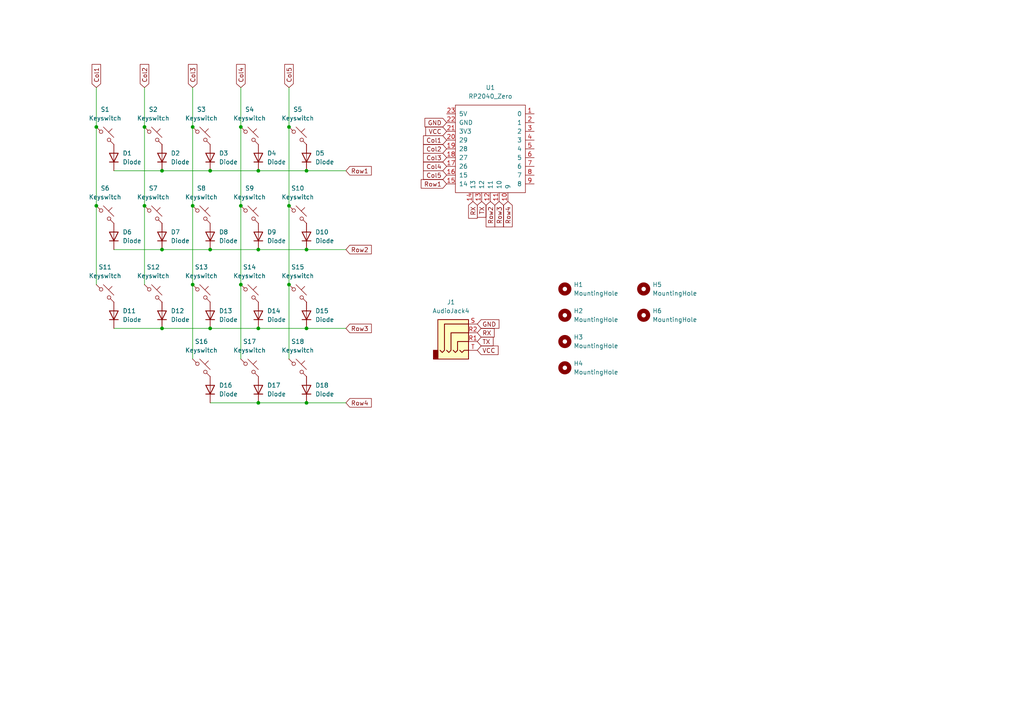
<source format=kicad_sch>
(kicad_sch (version 20231120) (generator "eeschema") (generator_version "8.0")
  (paper "A4")
  (lib_symbols
    (symbol "Connector_Audio:AudioJack4"
      (property "Reference" "J" (at 0 8.89 0))
      (property "Value" "AudioJack4" (at 0 6.35 0))
      (symbol "AudioJack4_0_1"
        (rectangle (start -6.35 -5.08) (end -7.62 -7.62) (stroke (width 0.254)) (fill (type outline)))
        (polyline (pts (xy 0 -5.08) (xy 0.635 -5.715) (xy 1.27 -5.08) (xy 2.54 -5.08)) (stroke (width 0.254)))
        (polyline (pts (xy -5.715 -5.08) (xy -5.08 -5.715) (xy -4.445 -5.08) (xy -4.445 2.54) (xy 2.54 2.54)) (stroke (width 0.254)))
        (polyline (pts (xy -1.905 -5.08) (xy -1.27 -5.715) (xy -0.635 -5.08) (xy -0.635 -2.54) (xy 2.54 -2.54)) (stroke (width 0.254)))
        (polyline (pts (xy 2.54 0) (xy -2.54 0) (xy -2.54 -5.08) (xy -3.175 -5.715) (xy -3.81 -5.08)) (stroke (width 0.254)))
        (rectangle (start 2.54 3.81) (end -6.35 -7.62) (stroke (width 0.254)) (fill (type background)))
      )
      (symbol "AudioJack4_1_1"
        (pin passive line (at 5.08 -2.54 180) (length 2.54) (name "~") (number "R1"))
        (pin passive line (at 5.08 0 180) (length 2.54) (name "~") (number "R2"))
        (pin passive line (at 5.08 2.54 180) (length 2.54) (name "~") (number "S"))
        (pin passive line (at 5.08 -5.08 180) (length 2.54) (name "~") (number "T"))
      )
    )
    (symbol "Mechanical:MountingHole" (pin_names (offset 1.016)) (exclude_from_sim yes) (in_bom no)
      (property "Reference" "H" (at 0 5.08 0))
      (property "Value" "MountingHole" (at 0 3.175 0))
      (symbol "MountingHole_0_1"
        (circle (center 0 0) (radius 1.27) (stroke (width 1.27)))
      )
    )
    (symbol "ScottoKeebs:MCU_RP2040_Zero" (pin_names (offset 1.016))
      (property "Reference" "U" (at 0 15.24 0))
      (property "Value" "RP2040_Zero" (at 0 12.7 0))
      (symbol "MCU_RP2040_Zero_0_1"
        (rectangle (start -10.16 11.43) (end 10.16 -13.97))
      )
      (symbol "MCU_RP2040_Zero_1_1"
        (pin bidirectional line (at 12.7 8.89 180) (length 2.54) (name "0") (number "1"))
        (pin bidirectional line (at 5.08 -16.51 90) (length 2.54) (name "9") (number "10"))
        (pin bidirectional line (at 2.54 -16.51 90) (length 2.54) (name "10") (number "11"))
        (pin bidirectional line (at 0 -16.51 90) (length 2.54) (name "11") (number "12"))
        (pin bidirectional line (at -2.54 -16.51 90) (length 2.54) (name "12") (number "13"))
        (pin bidirectional line (at -5.08 -16.51 90) (length 2.54) (name "13") (number "14"))
        (pin bidirectional line (at -12.7 -11.43 0) (length 2.54) (name "14") (number "15"))
        (pin bidirectional line (at -12.7 -8.89 0) (length 2.54) (name "15") (number "16"))
        (pin bidirectional line (at -12.7 -6.35 0) (length 2.54) (name "26") (number "17"))
        (pin bidirectional line (at -12.7 -3.81 0) (length 2.54) (name "27") (number "18"))
        (pin bidirectional line (at -12.7 -1.27 0) (length 2.54) (name "28") (number "19"))
        (pin bidirectional line (at 12.7 6.35 180) (length 2.54) (name "1") (number "2"))
        (pin bidirectional line (at -12.7 1.27 0) (length 2.54) (name "29") (number "20"))
        (pin power_out line (at -12.7 3.81 0) (length 2.54) (name "3V3") (number "21"))
        (pin power_out line (at -12.7 6.35 0) (length 2.54) (name "GND") (number "22"))
        (pin power_out line (at -12.7 8.89 0) (length 2.54) (name "5V") (number "23"))
        (pin bidirectional line (at 12.7 3.81 180) (length 2.54) (name "2") (number "3"))
        (pin bidirectional line (at 12.7 1.27 180) (length 2.54) (name "3") (number "4"))
        (pin bidirectional line (at 12.7 -1.27 180) (length 2.54) (name "4") (number "5"))
        (pin bidirectional line (at 12.7 -3.81 180) (length 2.54) (name "5") (number "6"))
        (pin bidirectional line (at 12.7 -6.35 180) (length 2.54) (name "6") (number "7"))
        (pin bidirectional line (at 12.7 -8.89 180) (length 2.54) (name "7") (number "8"))
        (pin bidirectional line (at 12.7 -11.43 180) (length 2.54) (name "8") (number "9"))
      )
    )
    (symbol "ScottoKeebs:Placeholder_Diode" (pin_numbers hide) (pin_names hide)
      (property "Reference" "D" (at 0 2.54 0))
      (property "Value" "Diode" (at 0 -2.54 0))
      (symbol "Placeholder_Diode_0_1"
        (polyline (pts (xy -1.27 1.27) (xy -1.27 -1.27)) (stroke (width 0.254)))
        (polyline (pts (xy 1.27 0) (xy -1.27 0)))
        (polyline (pts (xy 1.27 1.27) (xy 1.27 -1.27) (xy -1.27 0) (xy 1.27 1.27)) (stroke (width 0.254)))
      )
      (symbol "Placeholder_Diode_1_1"
        (pin passive line (at -3.81 0 0) (length 2.54) (name "K") (number "1"))
        (pin passive line (at 3.81 0 180) (length 2.54) (name "A") (number "2"))
      )
    )
    (symbol "ScottoKeebs:Placeholder_Keyswitch" (pin_numbers hide) (pin_names (offset 1.016) hide)
      (property "Reference" "S" (at 3.048 1.016 0))
      (property "Value" "Keyswitch" (at 0 -3.81 0))
      (symbol "Placeholder_Keyswitch_0_1"
        (circle (center -1.1684 1.1684) (radius 0.508))
        (polyline (pts (xy -0.508 2.54) (xy 2.54 -0.508)))
        (polyline (pts (xy 1.016 1.016) (xy 2.032 2.032)))
        (polyline (pts (xy -2.54 2.54) (xy -1.524 1.524) (xy -1.524 1.524)))
        (polyline (pts (xy 1.524 -1.524) (xy 2.54 -2.54) (xy 2.54 -2.54) (xy 2.54 -2.54)))
        (circle (center 1.143 -1.1938) (radius 0.508))
        (pin passive line (at -2.54 2.54 0) (length 0) (name "1") (number "1"))
        (pin passive line (at 2.54 -2.54 180) (length 0) (name "2") (number "2"))
      )
    )
  )
  (junction (at 55.88 82.55))
  (junction (at 83.82 82.55))
  (junction (at 27.94 59.69))
  (junction (at 74.93 72.39))
  (junction (at 46.99 95.25))
  (junction (at 46.99 72.39))
  (junction (at 55.88 36.83))
  (junction (at 41.91 59.69))
  (junction (at 69.85 36.83))
  (junction (at 69.85 82.55))
  (junction (at 88.9 72.39))
  (junction (at 74.93 49.53))
  (junction (at 88.9 116.84))
  (junction (at 88.9 49.53))
  (junction (at 83.82 59.69))
  (junction (at 60.96 72.39))
  (junction (at 74.93 116.84))
  (junction (at 27.94 36.83))
  (junction (at 46.99 49.53))
  (junction (at 55.88 59.69))
  (junction (at 88.9 95.25))
  (junction (at 41.91 36.83))
  (junction (at 69.85 59.69))
  (junction (at 83.82 36.83))
  (junction (at 60.96 95.25))
  (junction (at 74.93 95.25))
  (junction (at 60.96 49.53))
  (wire (pts (xy 55.88 82.55) (xy 55.88 104.14)))
  (wire (pts (xy 69.85 25.4) (xy 69.85 36.83)))
  (wire (pts (xy 83.82 59.69) (xy 83.82 82.55)))
  (wire (pts (xy 88.9 95.25) (xy 100.33 95.25)))
  (wire (pts (xy 88.9 72.39) (xy 100.33 72.39)))
  (wire (pts (xy 27.94 59.69) (xy 27.94 82.55)))
  (wire (pts (xy 55.88 25.4) (xy 55.88 36.83)))
  (wire (pts (xy 41.91 25.4) (xy 41.91 36.83)))
  (wire (pts (xy 27.94 36.83) (xy 27.94 59.69)))
  (wire (pts (xy 69.85 59.69) (xy 69.85 82.55)))
  (wire (pts (xy 41.91 59.69) (xy 41.91 82.55)))
  (wire (pts (xy 33.02 49.53) (xy 46.99 49.53)))
  (wire (pts (xy 74.93 72.39) (xy 88.9 72.39)))
  (wire (pts (xy 88.9 49.53) (xy 100.33 49.53)))
  (wire (pts (xy 60.96 95.25) (xy 74.93 95.25)))
  (wire (pts (xy 74.93 116.84) (xy 88.9 116.84)))
  (wire (pts (xy 69.85 82.55) (xy 69.85 104.14)))
  (wire (pts (xy 55.88 36.83) (xy 55.88 59.69)))
  (wire (pts (xy 33.02 95.25) (xy 46.99 95.25)))
  (wire (pts (xy 60.96 72.39) (xy 74.93 72.39)))
  (wire (pts (xy 55.88 59.69) (xy 55.88 82.55)))
  (wire (pts (xy 33.02 72.39) (xy 46.99 72.39)))
  (wire (pts (xy 83.82 36.83) (xy 83.82 59.69)))
  (wire (pts (xy 46.99 95.25) (xy 60.96 95.25)))
  (wire (pts (xy 83.82 25.4) (xy 83.82 36.83)))
  (wire (pts (xy 74.93 49.53) (xy 88.9 49.53)))
  (wire (pts (xy 46.99 72.39) (xy 60.96 72.39)))
  (wire (pts (xy 60.96 116.84) (xy 74.93 116.84)))
  (wire (pts (xy 88.9 116.84) (xy 100.33 116.84)))
  (wire (pts (xy 69.85 36.83) (xy 69.85 59.69)))
  (wire (pts (xy 41.91 36.83) (xy 41.91 59.69)))
  (wire (pts (xy 83.82 82.55) (xy 83.82 104.14)))
  (wire (pts (xy 74.93 95.25) (xy 88.9 95.25)))
  (wire (pts (xy 27.94 25.4) (xy 27.94 36.83)))
  (wire (pts (xy 60.96 49.53) (xy 74.93 49.53)))
  (wire (pts (xy 46.99 49.53) (xy 60.96 49.53)))
  (global_label "Row2" (shape input) (at 142.24 58.42 270) (property "Intersheetrefs" "${INTERSHEET_REFS}" (effects (hide yes))))
  (global_label "Col3" (shape input) (at 55.88 25.4 90) (property "Intersheetrefs" "${INTERSHEET_REFS}" (effects (hide yes))))
  (global_label "VCC" (shape input) (at 129.54 38.1 180) (property "Intersheetrefs" "${INTERSHEET_REFS}" (effects (hide yes))))
  (global_label "Col2" (shape input) (at 41.91 25.4 90) (property "Intersheetrefs" "${INTERSHEET_REFS}" (effects (hide yes))))
  (global_label "GND" (shape input) (at 138.43 93.98 0) (property "Intersheetrefs" "${INTERSHEET_REFS}" (effects (hide yes))))
  (global_label "TX" (shape input) (at 138.43 99.06 0) (property "Intersheetrefs" "${INTERSHEET_REFS}" (effects (hide yes))))
  (global_label "Col2" (shape input) (at 129.54 43.18 180) (property "Intersheetrefs" "${INTERSHEET_REFS}" (effects (hide yes))))
  (global_label "Row4" (shape input) (at 147.32 58.42 270) (property "Intersheetrefs" "${INTERSHEET_REFS}" (effects (hide yes))))
  (global_label "Col5" (shape input) (at 83.82 25.4 90) (property "Intersheetrefs" "${INTERSHEET_REFS}" (effects (hide yes))))
  (global_label "Col1" (shape input) (at 27.94 25.4 90) (property "Intersheetrefs" "${INTERSHEET_REFS}" (effects (hide yes))))
  (global_label "Col1" (shape input) (at 129.54 40.64 180) (property "Intersheetrefs" "${INTERSHEET_REFS}" (effects (hide yes))))
  (global_label "Col4" (shape input) (at 129.54 48.26 180) (property "Intersheetrefs" "${INTERSHEET_REFS}" (effects (hide yes))))
  (global_label "Row3" (shape input) (at 100.33 95.25 0) (property "Intersheetrefs" "${INTERSHEET_REFS}" (effects (hide yes))))
  (global_label "Row1" (shape input) (at 129.54 53.34 180) (property "Intersheetrefs" "${INTERSHEET_REFS}" (effects (hide yes))))
  (global_label "Row1" (shape input) (at 100.33 49.53 0) (property "Intersheetrefs" "${INTERSHEET_REFS}" (effects (hide yes))))
  (global_label "RX" (shape input) (at 138.43 96.52 0) (property "Intersheetrefs" "${INTERSHEET_REFS}" (effects (hide yes))))
  (global_label "Row3" (shape input) (at 144.78 58.42 270) (property "Intersheetrefs" "${INTERSHEET_REFS}" (effects (hide yes))))
  (global_label "RX" (shape input) (at 137.16 58.42 270) (property "Intersheetrefs" "${INTERSHEET_REFS}" (effects (hide yes))))
  (global_label "VCC" (shape input) (at 138.43 101.6 0) (property "Intersheetrefs" "${INTERSHEET_REFS}" (effects (hide yes))))
  (global_label "Row4" (shape input) (at 100.33 116.84 0) (property "Intersheetrefs" "${INTERSHEET_REFS}" (effects (hide yes))))
  (global_label "Col3" (shape input) (at 129.54 45.72 180) (property "Intersheetrefs" "${INTERSHEET_REFS}" (effects (hide yes))))
  (global_label "Col4" (shape input) (at 69.85 25.4 90) (property "Intersheetrefs" "${INTERSHEET_REFS}" (effects (hide yes))))
  (global_label "Col5" (shape input) (at 129.54 50.8 180) (property "Intersheetrefs" "${INTERSHEET_REFS}" (effects (hide yes))))
  (global_label "Row2" (shape input) (at 100.33 72.39 0) (property "Intersheetrefs" "${INTERSHEET_REFS}" (effects (hide yes))))
  (global_label "GND" (shape input) (at 129.54 35.56 180) (property "Intersheetrefs" "${INTERSHEET_REFS}" (effects (hide yes))))
  (global_label "TX" (shape input) (at 139.7 58.42 270) (property "Intersheetrefs" "${INTERSHEET_REFS}" (effects (hide yes))))
  (symbol (lib_id "ScottoKeebs:Placeholder_Keyswitch") (at 72.39 62.23 0) (unit 1)
    (property "Reference" "S9" (at 72.39 54.61 0))
    (property "Value" "Keyswitch" (at 72.39 57.15 0))
    (property "Footprint" "PCM_marbastlib-xp-choc:SW_choc_Reversible_1u" (effects (hide yes)))
    (property "Description" "Push button switch, normally open, two pins, 45° tilted" (effects (hide yes)))
  )
  (symbol (lib_id "ScottoKeebs:Placeholder_Diode") (at 88.9 45.72 90) (unit 1)
    (property "Reference" "D5" (at 91.44 44.4499 90) (effects (justify right)))
    (property "Value" "Diode" (at 91.44 46.9899 90) (effects (justify right)))
    (property "Footprint" "ScottoKeebs_Components:Diode_SOD-123" (effects (hide yes)))
    (property "Description" "1N4148 (DO-35) or 1N4148W (SOD-123)" (effects (hide yes)))
    (property "Sim.Device" "D" (effects (hide yes)))
    (property "Sim.Pins" "1=K 2=A" (effects (hide yes)))
  )
  (symbol (lib_id "ScottoKeebs:Placeholder_Keyswitch") (at 86.36 85.09 0) (unit 1)
    (property "Reference" "S15" (at 86.36 77.47 0))
    (property "Value" "Keyswitch" (at 86.36 80.01 0))
    (property "Footprint" "PCM_marbastlib-xp-choc:SW_choc_Reversible_1u" (effects (hide yes)))
    (property "Description" "Push button switch, normally open, two pins, 45° tilted" (effects (hide yes)))
  )
  (symbol (lib_id "ScottoKeebs:Placeholder_Diode") (at 60.96 113.03 90) (unit 1)
    (property "Reference" "D16" (at 63.5 111.7599 90) (effects (justify right)))
    (property "Value" "Diode" (at 63.5 114.2999 90) (effects (justify right)))
    (property "Footprint" "ScottoKeebs_Components:Diode_SOD-123" (effects (hide yes)))
    (property "Description" "1N4148 (DO-35) or 1N4148W (SOD-123)" (effects (hide yes)))
    (property "Sim.Device" "D" (effects (hide yes)))
    (property "Sim.Pins" "1=K 2=A" (effects (hide yes)))
  )
  (symbol (lib_id "ScottoKeebs:Placeholder_Diode") (at 46.99 45.72 90) (unit 1)
    (property "Reference" "D2" (at 49.53 44.4499 90) (effects (justify right)))
    (property "Value" "Diode" (at 49.53 46.9899 90) (effects (justify right)))
    (property "Footprint" "ScottoKeebs_Components:Diode_SOD-123" (effects (hide yes)))
    (property "Description" "1N4148 (DO-35) or 1N4148W (SOD-123)" (effects (hide yes)))
    (property "Sim.Device" "D" (effects (hide yes)))
    (property "Sim.Pins" "1=K 2=A" (effects (hide yes)))
  )
  (symbol (lib_id "ScottoKeebs:Placeholder_Diode") (at 74.93 68.58 90) (unit 1)
    (property "Reference" "D9" (at 77.47 67.3099 90) (effects (justify right)))
    (property "Value" "Diode" (at 77.47 69.8499 90) (effects (justify right)))
    (property "Footprint" "ScottoKeebs_Components:Diode_SOD-123" (effects (hide yes)))
    (property "Description" "1N4148 (DO-35) or 1N4148W (SOD-123)" (effects (hide yes)))
    (property "Sim.Device" "D" (effects (hide yes)))
    (property "Sim.Pins" "1=K 2=A" (effects (hide yes)))
  )
  (symbol (lib_id "ScottoKeebs:Placeholder_Diode") (at 33.02 68.58 90) (unit 1)
    (property "Reference" "D6" (at 35.56 67.3099 90) (effects (justify right)))
    (property "Value" "Diode" (at 35.56 69.8499 90) (effects (justify right)))
    (property "Footprint" "ScottoKeebs_Components:Diode_SOD-123" (effects (hide yes)))
    (property "Description" "1N4148 (DO-35) or 1N4148W (SOD-123)" (effects (hide yes)))
    (property "Sim.Device" "D" (effects (hide yes)))
    (property "Sim.Pins" "1=K 2=A" (effects (hide yes)))
  )
  (symbol (lib_id "ScottoKeebs:Placeholder_Diode") (at 74.93 45.72 90) (unit 1)
    (property "Reference" "D4" (at 77.47 44.4499 90) (effects (justify right)))
    (property "Value" "Diode" (at 77.47 46.9899 90) (effects (justify right)))
    (property "Footprint" "ScottoKeebs_Components:Diode_SOD-123" (effects (hide yes)))
    (property "Description" "1N4148 (DO-35) or 1N4148W (SOD-123)" (effects (hide yes)))
    (property "Sim.Device" "D" (effects (hide yes)))
    (property "Sim.Pins" "1=K 2=A" (effects (hide yes)))
  )
  (symbol (lib_id "ScottoKeebs:Placeholder_Keyswitch") (at 44.45 39.37 0) (unit 1)
    (property "Reference" "S2" (at 44.45 31.75 0))
    (property "Value" "Keyswitch" (at 44.45 34.29 0))
    (property "Footprint" "PCM_marbastlib-xp-choc:SW_choc_Reversible_1u" (effects (hide yes)))
    (property "Description" "Push button switch, normally open, two pins, 45° tilted" (effects (hide yes)))
  )
  (symbol (lib_id "ScottoKeebs:Placeholder_Diode") (at 88.9 68.58 90) (unit 1)
    (property "Reference" "D10" (at 91.44 67.3099 90) (effects (justify right)))
    (property "Value" "Diode" (at 91.44 69.8499 90) (effects (justify right)))
    (property "Footprint" "ScottoKeebs_Components:Diode_SOD-123" (effects (hide yes)))
    (property "Description" "1N4148 (DO-35) or 1N4148W (SOD-123)" (effects (hide yes)))
    (property "Sim.Device" "D" (effects (hide yes)))
    (property "Sim.Pins" "1=K 2=A" (effects (hide yes)))
  )
  (symbol (lib_id "Mechanical:MountingHole") (at 186.69 83.82 0) (unit 1) (exclude_from_sim yes) (in_bom no)
    (property "Reference" "H5" (at 189.23 82.5499 0) (effects (justify left)))
    (property "Value" "MountingHole" (at 189.23 85.0899 0) (effects (justify left)))
    (property "Footprint" "MountingHole:MountingHole_2.2mm_M2" (effects (hide yes)))
    (property "Description" "Mounting Hole without connection" (effects (hide yes)))
  )
  (symbol (lib_id "ScottoKeebs:MCU_RP2040_Zero") (at 142.24 41.91 0) (unit 1)
    (property "Reference" "U1" (at 142.24 25.4 0))
    (property "Value" "RP2040_Zero" (at 142.24 27.94 0))
    (property "Footprint" "ScottoKeebs_MCU:RP2040_Zero" (effects (hide yes)))
  )
  (symbol (lib_id "ScottoKeebs:Placeholder_Diode") (at 33.02 91.44 90) (unit 1)
    (property "Reference" "D11" (at 35.56 90.1699 90) (effects (justify right)))
    (property "Value" "Diode" (at 35.56 92.7099 90) (effects (justify right)))
    (property "Footprint" "ScottoKeebs_Components:Diode_SOD-123" (effects (hide yes)))
    (property "Description" "1N4148 (DO-35) or 1N4148W (SOD-123)" (effects (hide yes)))
    (property "Sim.Device" "D" (effects (hide yes)))
    (property "Sim.Pins" "1=K 2=A" (effects (hide yes)))
  )
  (symbol (lib_id "Mechanical:MountingHole") (at 163.83 106.68 0) (unit 1) (exclude_from_sim yes) (in_bom no)
    (property "Reference" "H4" (at 166.37 105.4099 0) (effects (justify left)))
    (property "Value" "MountingHole" (at 166.37 107.9499 0) (effects (justify left)))
    (property "Footprint" "MountingHole:MountingHole_2.2mm_M2" (effects (hide yes)))
    (property "Description" "Mounting Hole without connection" (effects (hide yes)))
  )
  (symbol (lib_id "Connector_Audio:AudioJack4") (at 133.35 96.52 0) (unit 1)
    (property "Reference" "J1" (at 130.81 87.63 0))
    (property "Value" "AudioJack4" (at 130.81 90.17 0))
    (property "Footprint" "PCM_marbastlib-xp-various:CON_MJ-4PP-9_Reversible" (effects (hide yes)))
    (property "Description" "Audio Jack, 4 Poles (TRRS)" (effects (hide yes)))
  )
  (symbol (lib_id "ScottoKeebs:Placeholder_Diode") (at 33.02 45.72 90) (unit 1)
    (property "Reference" "D1" (at 35.56 44.4499 90) (effects (justify right)))
    (property "Value" "Diode" (at 35.56 46.9899 90) (effects (justify right)))
    (property "Footprint" "ScottoKeebs_Components:Diode_SOD-123" (effects (hide yes)))
    (property "Description" "1N4148 (DO-35) or 1N4148W (SOD-123)" (effects (hide yes)))
    (property "Sim.Device" "D" (effects (hide yes)))
    (property "Sim.Pins" "1=K 2=A" (effects (hide yes)))
  )
  (symbol (lib_id "ScottoKeebs:Placeholder_Keyswitch") (at 72.39 106.68 0) (unit 1)
    (property "Reference" "S17" (at 72.39 99.06 0))
    (property "Value" "Keyswitch" (at 72.39 101.6 0))
    (property "Footprint" "PCM_marbastlib-xp-choc:SW_choc_Reversible_1u" (effects (hide yes)))
    (property "Description" "Push button switch, normally open, two pins, 45° tilted" (effects (hide yes)))
  )
  (symbol (lib_id "ScottoKeebs:Placeholder_Diode") (at 88.9 91.44 90) (unit 1)
    (property "Reference" "D15" (at 91.44 90.1699 90) (effects (justify right)))
    (property "Value" "Diode" (at 91.44 92.7099 90) (effects (justify right)))
    (property "Footprint" "ScottoKeebs_Components:Diode_SOD-123" (effects (hide yes)))
    (property "Description" "1N4148 (DO-35) or 1N4148W (SOD-123)" (effects (hide yes)))
    (property "Sim.Device" "D" (effects (hide yes)))
    (property "Sim.Pins" "1=K 2=A" (effects (hide yes)))
  )
  (symbol (lib_id "ScottoKeebs:Placeholder_Keyswitch") (at 58.42 106.68 0) (unit 1)
    (property "Reference" "S16" (at 58.42 99.06 0))
    (property "Value" "Keyswitch" (at 58.42 101.6 0))
    (property "Footprint" "PCM_marbastlib-xp-choc:SW_choc_Reversible_1u" (effects (hide yes)))
    (property "Description" "Push button switch, normally open, two pins, 45° tilted" (effects (hide yes)))
  )
  (symbol (lib_id "ScottoKeebs:Placeholder_Keyswitch") (at 30.48 62.23 0) (unit 1)
    (property "Reference" "S6" (at 30.48 54.61 0))
    (property "Value" "Keyswitch" (at 30.48 57.15 0))
    (property "Footprint" "PCM_marbastlib-xp-choc:SW_choc_Reversible_1u" (effects (hide yes)))
    (property "Description" "Push button switch, normally open, two pins, 45° tilted" (effects (hide yes)))
  )
  (symbol (lib_id "ScottoKeebs:Placeholder_Keyswitch") (at 86.36 62.23 0) (unit 1)
    (property "Reference" "S10" (at 86.36 54.61 0))
    (property "Value" "Keyswitch" (at 86.36 57.15 0))
    (property "Footprint" "PCM_marbastlib-xp-choc:SW_choc_Reversible_1u" (effects (hide yes)))
    (property "Description" "Push button switch, normally open, two pins, 45° tilted" (effects (hide yes)))
  )
  (symbol (lib_id "ScottoKeebs:Placeholder_Keyswitch") (at 72.39 85.09 0) (unit 1)
    (property "Reference" "S14" (at 72.39 77.47 0))
    (property "Value" "Keyswitch" (at 72.39 80.01 0))
    (property "Footprint" "PCM_marbastlib-xp-choc:SW_choc_Reversible_1u" (effects (hide yes)))
    (property "Description" "Push button switch, normally open, two pins, 45° tilted" (effects (hide yes)))
  )
  (symbol (lib_id "ScottoKeebs:Placeholder_Keyswitch") (at 72.39 39.37 0) (unit 1)
    (property "Reference" "S4" (at 72.39 31.75 0))
    (property "Value" "Keyswitch" (at 72.39 34.29 0))
    (property "Footprint" "PCM_marbastlib-xp-choc:SW_choc_Reversible_1u" (effects (hide yes)))
    (property "Description" "Push button switch, normally open, two pins, 45° tilted" (effects (hide yes)))
  )
  (symbol (lib_id "ScottoKeebs:Placeholder_Diode") (at 74.93 113.03 90) (unit 1)
    (property "Reference" "D17" (at 77.47 111.7599 90) (effects (justify right)))
    (property "Value" "Diode" (at 77.47 114.2999 90) (effects (justify right)))
    (property "Footprint" "ScottoKeebs_Components:Diode_SOD-123" (effects (hide yes)))
    (property "Description" "1N4148 (DO-35) or 1N4148W (SOD-123)" (effects (hide yes)))
    (property "Sim.Device" "D" (effects (hide yes)))
    (property "Sim.Pins" "1=K 2=A" (effects (hide yes)))
  )
  (symbol (lib_id "ScottoKeebs:Placeholder_Keyswitch") (at 44.45 85.09 0) (unit 1)
    (property "Reference" "S12" (at 44.45 77.47 0))
    (property "Value" "Keyswitch" (at 44.45 80.01 0))
    (property "Footprint" "PCM_marbastlib-xp-choc:SW_choc_Reversible_1u" (effects (hide yes)))
    (property "Description" "Push button switch, normally open, two pins, 45° tilted" (effects (hide yes)))
  )
  (symbol (lib_id "Mechanical:MountingHole") (at 163.83 83.82 0) (unit 1) (exclude_from_sim yes) (in_bom no)
    (property "Reference" "H1" (at 166.37 82.5499 0) (effects (justify left)))
    (property "Value" "MountingHole" (at 166.37 85.0899 0) (effects (justify left)))
    (property "Footprint" "MountingHole:MountingHole_2.2mm_M2" (effects (hide yes)))
    (property "Description" "Mounting Hole without connection" (effects (hide yes)))
  )
  (symbol (lib_id "ScottoKeebs:Placeholder_Keyswitch") (at 44.45 62.23 0) (unit 1)
    (property "Reference" "S7" (at 44.45 54.61 0))
    (property "Value" "Keyswitch" (at 44.45 57.15 0))
    (property "Footprint" "PCM_marbastlib-xp-choc:SW_choc_Reversible_1u" (effects (hide yes)))
    (property "Description" "Push button switch, normally open, two pins, 45° tilted" (effects (hide yes)))
  )
  (symbol (lib_id "ScottoKeebs:Placeholder_Diode") (at 60.96 45.72 90) (unit 1)
    (property "Reference" "D3" (at 63.5 44.4499 90) (effects (justify right)))
    (property "Value" "Diode" (at 63.5 46.9899 90) (effects (justify right)))
    (property "Footprint" "ScottoKeebs_Components:Diode_SOD-123" (effects (hide yes)))
    (property "Description" "1N4148 (DO-35) or 1N4148W (SOD-123)" (effects (hide yes)))
    (property "Sim.Device" "D" (effects (hide yes)))
    (property "Sim.Pins" "1=K 2=A" (effects (hide yes)))
  )
  (symbol (lib_id "ScottoKeebs:Placeholder_Diode") (at 74.93 91.44 90) (unit 1)
    (property "Reference" "D14" (at 77.47 90.1699 90) (effects (justify right)))
    (property "Value" "Diode" (at 77.47 92.7099 90) (effects (justify right)))
    (property "Footprint" "ScottoKeebs_Components:Diode_SOD-123" (effects (hide yes)))
    (property "Description" "1N4148 (DO-35) or 1N4148W (SOD-123)" (effects (hide yes)))
    (property "Sim.Device" "D" (effects (hide yes)))
    (property "Sim.Pins" "1=K 2=A" (effects (hide yes)))
  )
  (symbol (lib_id "ScottoKeebs:Placeholder_Keyswitch") (at 86.36 39.37 0) (unit 1)
    (property "Reference" "S5" (at 86.36 31.75 0))
    (property "Value" "Keyswitch" (at 86.36 34.29 0))
    (property "Footprint" "PCM_marbastlib-xp-choc:SW_choc_Reversible_1u" (effects (hide yes)))
    (property "Description" "Push button switch, normally open, two pins, 45° tilted" (effects (hide yes)))
  )
  (symbol (lib_id "Mechanical:MountingHole") (at 163.83 99.06 0) (unit 1) (exclude_from_sim yes) (in_bom no)
    (property "Reference" "H3" (at 166.37 97.7899 0) (effects (justify left)))
    (property "Value" "MountingHole" (at 166.37 100.3299 0) (effects (justify left)))
    (property "Footprint" "MountingHole:MountingHole_2.2mm_M2" (effects (hide yes)))
    (property "Description" "Mounting Hole without connection" (effects (hide yes)))
  )
  (symbol (lib_id "ScottoKeebs:Placeholder_Diode") (at 60.96 68.58 90) (unit 1)
    (property "Reference" "D8" (at 63.5 67.3099 90) (effects (justify right)))
    (property "Value" "Diode" (at 63.5 69.8499 90) (effects (justify right)))
    (property "Footprint" "ScottoKeebs_Components:Diode_SOD-123" (effects (hide yes)))
    (property "Description" "1N4148 (DO-35) or 1N4148W (SOD-123)" (effects (hide yes)))
    (property "Sim.Device" "D" (effects (hide yes)))
    (property "Sim.Pins" "1=K 2=A" (effects (hide yes)))
  )
  (symbol (lib_id "ScottoKeebs:Placeholder_Keyswitch") (at 58.42 85.09 0) (unit 1)
    (property "Reference" "S13" (at 58.42 77.47 0))
    (property "Value" "Keyswitch" (at 58.42 80.01 0))
    (property "Footprint" "PCM_marbastlib-xp-choc:SW_choc_Reversible_1u" (effects (hide yes)))
    (property "Description" "Push button switch, normally open, two pins, 45° tilted" (effects (hide yes)))
  )
  (symbol (lib_id "ScottoKeebs:Placeholder_Keyswitch") (at 30.48 85.09 0) (unit 1)
    (property "Reference" "S11" (at 30.48 77.47 0))
    (property "Value" "Keyswitch" (at 30.48 80.01 0))
    (property "Footprint" "PCM_marbastlib-xp-choc:SW_choc_Reversible_1u" (effects (hide yes)))
    (property "Description" "Push button switch, normally open, two pins, 45° tilted" (effects (hide yes)))
  )
  (symbol (lib_id "ScottoKeebs:Placeholder_Keyswitch") (at 58.42 39.37 0) (unit 1)
    (property "Reference" "S3" (at 58.42 31.75 0))
    (property "Value" "Keyswitch" (at 58.42 34.29 0))
    (property "Footprint" "PCM_marbastlib-xp-choc:SW_choc_Reversible_1u" (effects (hide yes)))
    (property "Description" "Push button switch, normally open, two pins, 45° tilted" (effects (hide yes)))
  )
  (symbol (lib_id "ScottoKeebs:Placeholder_Diode") (at 60.96 91.44 90) (unit 1)
    (property "Reference" "D13" (at 63.5 90.1699 90) (effects (justify right)))
    (property "Value" "Diode" (at 63.5 92.7099 90) (effects (justify right)))
    (property "Footprint" "ScottoKeebs_Components:Diode_SOD-123" (effects (hide yes)))
    (property "Description" "1N4148 (DO-35) or 1N4148W (SOD-123)" (effects (hide yes)))
    (property "Sim.Device" "D" (effects (hide yes)))
    (property "Sim.Pins" "1=K 2=A" (effects (hide yes)))
  )
  (symbol (lib_id "ScottoKeebs:Placeholder_Keyswitch") (at 86.36 106.68 0) (unit 1)
    (property "Reference" "S18" (at 86.36 99.06 0))
    (property "Value" "Keyswitch" (at 86.36 101.6 0))
    (property "Footprint" "PCM_marbastlib-xp-choc:SW_choc_Reversible_1u" (effects (hide yes)))
    (property "Description" "Push button switch, normally open, two pins, 45° tilted" (effects (hide yes)))
  )
  (symbol (lib_id "ScottoKeebs:Placeholder_Keyswitch") (at 58.42 62.23 0) (unit 1)
    (property "Reference" "S8" (at 58.42 54.61 0))
    (property "Value" "Keyswitch" (at 58.42 57.15 0))
    (property "Footprint" "PCM_marbastlib-xp-choc:SW_choc_Reversible_1u" (effects (hide yes)))
    (property "Description" "Push button switch, normally open, two pins, 45° tilted" (effects (hide yes)))
  )
  (symbol (lib_id "Mechanical:MountingHole") (at 186.69 91.44 0) (unit 1) (exclude_from_sim yes) (in_bom no)
    (property "Reference" "H6" (at 189.23 90.1699 0) (effects (justify left)))
    (property "Value" "MountingHole" (at 189.23 92.7099 0) (effects (justify left)))
    (property "Footprint" "MountingHole:MountingHole_2.2mm_M2" (effects (hide yes)))
    (property "Description" "Mounting Hole without connection" (effects (hide yes)))
  )
  (symbol (lib_id "ScottoKeebs:Placeholder_Diode") (at 46.99 68.58 90) (unit 1)
    (property "Reference" "D7" (at 49.53 67.3099 90) (effects (justify right)))
    (property "Value" "Diode" (at 49.53 69.8499 90) (effects (justify right)))
    (property "Footprint" "ScottoKeebs_Components:Diode_SOD-123" (effects (hide yes)))
    (property "Description" "1N4148 (DO-35) or 1N4148W (SOD-123)" (effects (hide yes)))
    (property "Sim.Device" "D" (effects (hide yes)))
    (property "Sim.Pins" "1=K 2=A" (effects (hide yes)))
  )
  (symbol (lib_id "Mechanical:MountingHole") (at 163.83 91.44 0) (unit 1) (exclude_from_sim yes) (in_bom no)
    (property "Reference" "H2" (at 166.37 90.1699 0) (effects (justify left)))
    (property "Value" "MountingHole" (at 166.37 92.7099 0) (effects (justify left)))
    (property "Footprint" "MountingHole:MountingHole_2.2mm_M2" (effects (hide yes)))
    (property "Description" "Mounting Hole without connection" (effects (hide yes)))
  )
  (symbol (lib_id "ScottoKeebs:Placeholder_Diode") (at 88.9 113.03 90) (unit 1)
    (property "Reference" "D18" (at 91.44 111.7599 90) (effects (justify right)))
    (property "Value" "Diode" (at 91.44 114.2999 90) (effects (justify right)))
    (property "Footprint" "ScottoKeebs_Components:Diode_SOD-123" (effects (hide yes)))
    (property "Description" "1N4148 (DO-35) or 1N4148W (SOD-123)" (effects (hide yes)))
    (property "Sim.Device" "D" (effects (hide yes)))
    (property "Sim.Pins" "1=K 2=A" (effects (hide yes)))
  )
  (symbol (lib_id "ScottoKeebs:Placeholder_Keyswitch") (at 30.48 39.37 0) (unit 1)
    (property "Reference" "S1" (at 30.48 31.75 0))
    (property "Value" "Keyswitch" (at 30.48 34.29 0))
    (property "Footprint" "PCM_marbastlib-xp-choc:SW_choc_Reversible_1u" (effects (hide yes)))
    (property "Description" "Push button switch, normally open, two pins, 45° tilted" (effects (hide yes)))
  )
  (symbol (lib_id "ScottoKeebs:Placeholder_Diode") (at 46.99 91.44 90) (unit 1)
    (property "Reference" "D12" (at 49.53 90.1699 90) (effects (justify right)))
    (property "Value" "Diode" (at 49.53 92.7099 90) (effects (justify right)))
    (property "Footprint" "ScottoKeebs_Components:Diode_SOD-123" (effects (hide yes)))
    (property "Description" "1N4148 (DO-35) or 1N4148W (SOD-123)" (effects (hide yes)))
    (property "Sim.Device" "D" (effects (hide yes)))
    (property "Sim.Pins" "1=K 2=A" (effects (hide yes)))
  )
)
</source>
